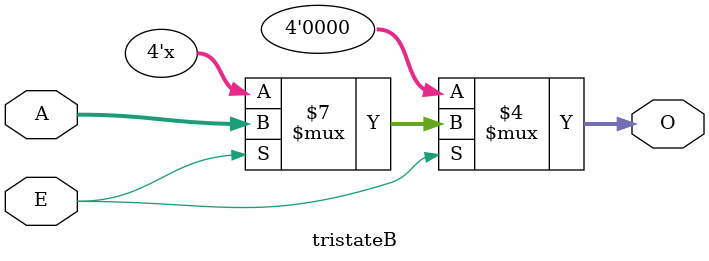
<source format=sv>
module tristateB(A,E,O);  //A represent input E : enable O Output 
input logic[3:0]A;
input logic E;
output logic [3:0]O;
always_comb
begin 
if(E)
O=A;
if(!E)
O=0;
end
endmodule

</source>
